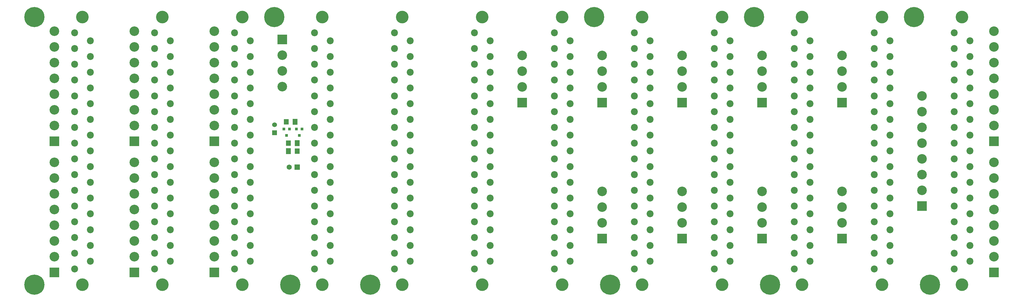
<source format=gts>
%TF.GenerationSoftware,KiCad,Pcbnew,(6.0.7)*%
%TF.CreationDate,2023-01-08T19:57:54+01:00*%
%TF.ProjectId,BP31,42503331-2e6b-4696-9361-645f70636258,0435 -*%
%TF.SameCoordinates,Original*%
%TF.FileFunction,Soldermask,Top*%
%TF.FilePolarity,Negative*%
%FSLAX46Y46*%
G04 Gerber Fmt 4.6, Leading zero omitted, Abs format (unit mm)*
G04 Created by KiCad (PCBNEW (6.0.7)) date 2023-01-08 19:57:54*
%MOMM*%
%LPD*%
G01*
G04 APERTURE LIST*
%ADD10C,6.400800*%
%ADD11R,3.048000X3.048000*%
%ADD12C,3.048000*%
%ADD13R,1.600200X1.830400*%
%ADD14R,1.600200X1.803400*%
%ADD15R,0.914400X0.914400*%
%ADD16R,1.524000X1.524000*%
%ADD17C,1.524000*%
%ADD18R,1.651000X1.651000*%
%ADD19C,1.651000*%
%ADD20C,2.200000*%
%ADD21C,4.000000*%
G04 APERTURE END LIST*
D10*
%TO.C,HOLE*%
X320040000Y-194900000D03*
%TD*%
D11*
%TO.C,P4*%
X368300000Y-169899360D03*
D12*
X368300000Y-164900640D03*
X368300000Y-159899380D03*
X368300000Y-154900660D03*
X368300000Y-149899400D03*
X368300000Y-144900680D03*
X368300000Y-139899420D03*
X368300000Y-134900700D03*
%TD*%
D11*
%TO.C,P2*%
X391160000Y-149325360D03*
D12*
X391160000Y-144326640D03*
X391160000Y-139325380D03*
X391160000Y-134326660D03*
X391160000Y-129325400D03*
X391160000Y-124326680D03*
X391160000Y-119325420D03*
X391160000Y-114326700D03*
%TD*%
D13*
%TO.C,R1*%
X167055800Y-152501600D03*
D14*
X169849800Y-152501600D03*
%TD*%
D10*
%TO.C,HOLE*%
X86360000Y-109900000D03*
%TD*%
D11*
%TO.C,P9*%
X292100000Y-137039360D03*
D12*
X292100000Y-132040640D03*
X292100000Y-127039380D03*
X292100000Y-122040660D03*
%TD*%
D10*
%TO.C,HOLE*%
X193040000Y-194900000D03*
%TD*%
%TO.C,HOLE*%
X264160000Y-109900000D03*
%TD*%
%TO.C,HOLE*%
X162560000Y-109900000D03*
%TD*%
D11*
%TO.C,P11*%
X266700000Y-137039360D03*
D12*
X266700000Y-132040640D03*
X266700000Y-127039380D03*
X266700000Y-122040660D03*
%TD*%
D15*
%TO.C,Q1*%
X169570400Y-145465800D03*
X171348400Y-145465800D03*
X170459400Y-147497800D03*
%TD*%
D11*
%TO.C,P3*%
X391160000Y-190981360D03*
D12*
X391160000Y-185982640D03*
X391160000Y-180981380D03*
X391160000Y-175982660D03*
X391160000Y-170981400D03*
X391160000Y-165982680D03*
X391160000Y-160981420D03*
X391160000Y-155982700D03*
%TD*%
D16*
%TO.C,JP1*%
X162585400Y-146583400D03*
D17*
X162585400Y-144043400D03*
%TD*%
D10*
%TO.C,HOLE*%
X269240000Y-194900000D03*
%TD*%
D18*
%TO.C,C1*%
X169799000Y-157556200D03*
D19*
X167259000Y-157556200D03*
%TD*%
D11*
%TO.C,P17*%
X118110000Y-190981360D03*
D12*
X118110000Y-185982640D03*
X118110000Y-180981380D03*
X118110000Y-175982660D03*
X118110000Y-170981400D03*
X118110000Y-165982680D03*
X118110000Y-160981420D03*
X118110000Y-155982700D03*
%TD*%
D10*
%TO.C,HOLE*%
X365760000Y-109900000D03*
%TD*%
D15*
%TO.C,Q2*%
X165582600Y-145415000D03*
X167360600Y-145415000D03*
X166471600Y-147447000D03*
%TD*%
D11*
%TO.C,P8*%
X317500000Y-180219360D03*
D12*
X317500000Y-175220640D03*
X317500000Y-170219380D03*
X317500000Y-165220660D03*
%TD*%
D13*
%TO.C,R2*%
X169849800Y-149910800D03*
D14*
X167055800Y-149910800D03*
%TD*%
D11*
%TO.C,P19*%
X92710000Y-190981360D03*
D12*
X92710000Y-185982640D03*
X92710000Y-180981380D03*
X92710000Y-175982660D03*
X92710000Y-170981400D03*
X92710000Y-165982680D03*
X92710000Y-160981420D03*
X92710000Y-155982700D03*
%TD*%
D10*
%TO.C,HOLE*%
X370840000Y-194900000D03*
%TD*%
D11*
%TO.C,P18*%
X92710000Y-149325360D03*
D12*
X92710000Y-144326640D03*
X92710000Y-139325380D03*
X92710000Y-134326660D03*
X92710000Y-129325400D03*
X92710000Y-124326680D03*
X92710000Y-119325420D03*
X92710000Y-114326700D03*
%TD*%
D11*
%TO.C,P16*%
X118110000Y-149325360D03*
D12*
X118110000Y-144326640D03*
X118110000Y-139325380D03*
X118110000Y-134326660D03*
X118110000Y-129325400D03*
X118110000Y-124326680D03*
X118110000Y-119325420D03*
X118110000Y-114326700D03*
%TD*%
D13*
%TO.C,R3*%
X169138600Y-143179800D03*
D14*
X166344600Y-143179800D03*
%TD*%
D11*
%TO.C,P12*%
X266700000Y-180219360D03*
D12*
X266700000Y-175220640D03*
X266700000Y-170219380D03*
X266700000Y-165220660D03*
%TD*%
D11*
%TO.C,P10*%
X292100000Y-180219360D03*
D12*
X292100000Y-175220640D03*
X292100000Y-170219380D03*
X292100000Y-165220660D03*
%TD*%
D11*
%TO.C,P7*%
X317500000Y-137039360D03*
D12*
X317500000Y-132040640D03*
X317500000Y-127039380D03*
X317500000Y-122040660D03*
%TD*%
D10*
%TO.C,HOLE*%
X167640000Y-194900000D03*
%TD*%
D11*
%TO.C,P1*%
X165100000Y-116960640D03*
D12*
X165100000Y-121959360D03*
X165100000Y-126960620D03*
X165100000Y-131959340D03*
%TD*%
D11*
%TO.C,P15*%
X143510000Y-190981360D03*
D12*
X143510000Y-185982640D03*
X143510000Y-180981380D03*
X143510000Y-175982660D03*
X143510000Y-170981400D03*
X143510000Y-165982680D03*
X143510000Y-160981420D03*
X143510000Y-155982700D03*
%TD*%
D10*
%TO.C,HOLE*%
X314960000Y-109900000D03*
%TD*%
D11*
%TO.C,P5*%
X342900000Y-137039360D03*
D12*
X342900000Y-132040640D03*
X342900000Y-127039380D03*
X342900000Y-122040660D03*
%TD*%
D11*
%TO.C,P13*%
X241300000Y-137039360D03*
D12*
X241300000Y-132040640D03*
X241300000Y-127039380D03*
X241300000Y-122040660D03*
%TD*%
D11*
%TO.C,P14*%
X143510000Y-149325360D03*
D12*
X143510000Y-144326640D03*
X143510000Y-139325380D03*
X143510000Y-134326660D03*
X143510000Y-129325400D03*
X143510000Y-124326680D03*
X143510000Y-119325420D03*
X143510000Y-114326700D03*
%TD*%
D10*
%TO.C,HOLE*%
X86360000Y-194900000D03*
%TD*%
D11*
%TO.C,P6*%
X342900000Y-180219360D03*
D12*
X342900000Y-175220640D03*
X342900000Y-170219380D03*
X342900000Y-165220660D03*
%TD*%
D20*
%TO.C,K9*%
X175300000Y-114900000D03*
X180300000Y-117400000D03*
X175300000Y-119900000D03*
X180300000Y-122400000D03*
X175300000Y-124900000D03*
X180300000Y-127400000D03*
X175300000Y-129900000D03*
X180300000Y-132400000D03*
X175300000Y-134900000D03*
X180300000Y-137400000D03*
X175300000Y-139900000D03*
X180300000Y-142400000D03*
X175300000Y-144900000D03*
X180300000Y-147400000D03*
X175300000Y-149900000D03*
X180300000Y-152400000D03*
X175300000Y-154900000D03*
X180300000Y-157400000D03*
X175300000Y-159900000D03*
X180300000Y-162400000D03*
X175300000Y-164900000D03*
X180300000Y-167400000D03*
X175300000Y-169900000D03*
X180300000Y-172400000D03*
X175300000Y-174900000D03*
X180300000Y-177401220D03*
X175300000Y-179900000D03*
X180300000Y-182399940D03*
X175300000Y-184900000D03*
X180300000Y-187400000D03*
X175300000Y-189900000D03*
D21*
X177800000Y-109900000D03*
X177800000Y-194900000D03*
%TD*%
D20*
%TO.C,K4*%
X302300000Y-114900000D03*
X307300000Y-117400000D03*
X302300000Y-119900000D03*
X307300000Y-122400000D03*
X302300000Y-124900000D03*
X307300000Y-127400000D03*
X302300000Y-129900000D03*
X307300000Y-132400000D03*
X302300000Y-134900000D03*
X307300000Y-137400000D03*
X302300000Y-139900000D03*
X307300000Y-142400000D03*
X302300000Y-144900000D03*
X307300000Y-147400000D03*
X302300000Y-149900000D03*
X307300000Y-152400000D03*
X302300000Y-154900000D03*
X307300000Y-157400000D03*
X302300000Y-159900000D03*
X307300000Y-162400000D03*
X302300000Y-164900000D03*
X307300000Y-167400000D03*
X302300000Y-169900000D03*
X307300000Y-172400000D03*
X302300000Y-174900000D03*
X307300000Y-177401220D03*
X302300000Y-179900000D03*
X307300000Y-182399940D03*
X302300000Y-184900000D03*
X307300000Y-187400000D03*
X302300000Y-189900000D03*
D21*
X304800000Y-109900000D03*
X304800000Y-194900000D03*
%TD*%
D20*
%TO.C,K8*%
X200700000Y-114900000D03*
X205700000Y-117400000D03*
X200700000Y-119900000D03*
X205700000Y-122400000D03*
X200700000Y-124900000D03*
X205700000Y-127400000D03*
X200700000Y-129900000D03*
X205700000Y-132400000D03*
X200700000Y-134900000D03*
X205700000Y-137400000D03*
X200700000Y-139900000D03*
X205700000Y-142400000D03*
X200700000Y-144900000D03*
X205700000Y-147400000D03*
X200700000Y-149900000D03*
X205700000Y-152400000D03*
X200700000Y-154900000D03*
X205700000Y-157400000D03*
X200700000Y-159900000D03*
X205700000Y-162400000D03*
X200700000Y-164900000D03*
X205700000Y-167400000D03*
X200700000Y-169900000D03*
X205700000Y-172400000D03*
X200700000Y-174900000D03*
X205700000Y-177401220D03*
X200700000Y-179900000D03*
X205700000Y-182399940D03*
X200700000Y-184900000D03*
X205700000Y-187400000D03*
X200700000Y-189900000D03*
D21*
X203200000Y-109900000D03*
X203200000Y-194900000D03*
%TD*%
D20*
%TO.C,K6*%
X251500000Y-114900000D03*
X256500000Y-117400000D03*
X251500000Y-119900000D03*
X256500000Y-122400000D03*
X251500000Y-124900000D03*
X256500000Y-127400000D03*
X251500000Y-129900000D03*
X256500000Y-132400000D03*
X251500000Y-134900000D03*
X256500000Y-137400000D03*
X251500000Y-139900000D03*
X256500000Y-142400000D03*
X251500000Y-144900000D03*
X256500000Y-147400000D03*
X251500000Y-149900000D03*
X256500000Y-152400000D03*
X251500000Y-154900000D03*
X256500000Y-157400000D03*
X251500000Y-159900000D03*
X256500000Y-162400000D03*
X251500000Y-164900000D03*
X256500000Y-167400000D03*
X251500000Y-169900000D03*
X256500000Y-172400000D03*
X251500000Y-174900000D03*
X256500000Y-177401220D03*
X251500000Y-179900000D03*
X256500000Y-182399940D03*
X251500000Y-184900000D03*
X256500000Y-187400000D03*
X251500000Y-189900000D03*
D21*
X254000000Y-109900000D03*
X254000000Y-194900000D03*
%TD*%
D20*
%TO.C,K7*%
X226100000Y-114900000D03*
X231100000Y-117400000D03*
X226100000Y-119900000D03*
X231100000Y-122400000D03*
X226100000Y-124900000D03*
X231100000Y-127400000D03*
X226100000Y-129900000D03*
X231100000Y-132400000D03*
X226100000Y-134900000D03*
X231100000Y-137400000D03*
X226100000Y-139900000D03*
X231100000Y-142400000D03*
X226100000Y-144900000D03*
X231100000Y-147400000D03*
X226100000Y-149900000D03*
X231100000Y-152400000D03*
X226100000Y-154900000D03*
X231100000Y-157400000D03*
X226100000Y-159900000D03*
X231100000Y-162400000D03*
X226100000Y-164900000D03*
X231100000Y-167400000D03*
X226100000Y-169900000D03*
X231100000Y-172400000D03*
X226100000Y-174900000D03*
X231100000Y-177401220D03*
X226100000Y-179900000D03*
X231100000Y-182399940D03*
X226100000Y-184900000D03*
X231100000Y-187400000D03*
X226100000Y-189900000D03*
D21*
X228600000Y-109900000D03*
X228600000Y-194900000D03*
%TD*%
D20*
%TO.C,K1*%
X378500000Y-114900000D03*
X383500000Y-117400000D03*
X378500000Y-119900000D03*
X383500000Y-122400000D03*
X378500000Y-124900000D03*
X383500000Y-127400000D03*
X378500000Y-129900000D03*
X383500000Y-132400000D03*
X378500000Y-134900000D03*
X383500000Y-137400000D03*
X378500000Y-139900000D03*
X383500000Y-142400000D03*
X378500000Y-144900000D03*
X383500000Y-147400000D03*
X378500000Y-149900000D03*
X383500000Y-152400000D03*
X378500000Y-154900000D03*
X383500000Y-157400000D03*
X378500000Y-159900000D03*
X383500000Y-162400000D03*
X378500000Y-164900000D03*
X383500000Y-167400000D03*
X378500000Y-169900000D03*
X383500000Y-172400000D03*
X378500000Y-174900000D03*
X383500000Y-177401220D03*
X378500000Y-179900000D03*
X383500000Y-182399940D03*
X378500000Y-184900000D03*
X383500000Y-187400000D03*
X378500000Y-189900000D03*
D21*
X381000000Y-109900000D03*
X381000000Y-194900000D03*
%TD*%
D20*
%TO.C,K2*%
X353100000Y-114900000D03*
X358100000Y-117400000D03*
X353100000Y-119900000D03*
X358100000Y-122400000D03*
X353100000Y-124900000D03*
X358100000Y-127400000D03*
X353100000Y-129900000D03*
X358100000Y-132400000D03*
X353100000Y-134900000D03*
X358100000Y-137400000D03*
X353100000Y-139900000D03*
X358100000Y-142400000D03*
X353100000Y-144900000D03*
X358100000Y-147400000D03*
X353100000Y-149900000D03*
X358100000Y-152400000D03*
X353100000Y-154900000D03*
X358100000Y-157400000D03*
X353100000Y-159900000D03*
X358100000Y-162400000D03*
X353100000Y-164900000D03*
X358100000Y-167400000D03*
X353100000Y-169900000D03*
X358100000Y-172400000D03*
X353100000Y-174900000D03*
X358100000Y-177401220D03*
X353100000Y-179900000D03*
X358100000Y-182399940D03*
X353100000Y-184900000D03*
X358100000Y-187400000D03*
X353100000Y-189900000D03*
D21*
X355600000Y-109900000D03*
X355600000Y-194900000D03*
%TD*%
D20*
%TO.C,K11*%
X124500000Y-114900000D03*
X129500000Y-117400000D03*
X124500000Y-119900000D03*
X129500000Y-122400000D03*
X124500000Y-124900000D03*
X129500000Y-127400000D03*
X124500000Y-129900000D03*
X129500000Y-132400000D03*
X124500000Y-134900000D03*
X129500000Y-137400000D03*
X124500000Y-139900000D03*
X129500000Y-142400000D03*
X124500000Y-144900000D03*
X129500000Y-147400000D03*
X124500000Y-149900000D03*
X129500000Y-152400000D03*
X124500000Y-154900000D03*
X129500000Y-157400000D03*
X124500000Y-159900000D03*
X129500000Y-162400000D03*
X124500000Y-164900000D03*
X129500000Y-167400000D03*
X124500000Y-169900000D03*
X129500000Y-172400000D03*
X124500000Y-174900000D03*
X129500000Y-177401220D03*
X124500000Y-179900000D03*
X129500000Y-182399940D03*
X124500000Y-184900000D03*
X129500000Y-187400000D03*
X124500000Y-189900000D03*
D21*
X127000000Y-109900000D03*
X127000000Y-194900000D03*
%TD*%
D20*
%TO.C,K10*%
X149900000Y-114900000D03*
X154900000Y-117400000D03*
X149900000Y-119900000D03*
X154900000Y-122400000D03*
X149900000Y-124900000D03*
X154900000Y-127400000D03*
X149900000Y-129900000D03*
X154900000Y-132400000D03*
X149900000Y-134900000D03*
X154900000Y-137400000D03*
X149900000Y-139900000D03*
X154900000Y-142400000D03*
X149900000Y-144900000D03*
X154900000Y-147400000D03*
X149900000Y-149900000D03*
X154900000Y-152400000D03*
X149900000Y-154900000D03*
X154900000Y-157400000D03*
X149900000Y-159900000D03*
X154900000Y-162400000D03*
X149900000Y-164900000D03*
X154900000Y-167400000D03*
X149900000Y-169900000D03*
X154900000Y-172400000D03*
X149900000Y-174900000D03*
X154900000Y-177401220D03*
X149900000Y-179900000D03*
X154900000Y-182399940D03*
X149900000Y-184900000D03*
X154900000Y-187400000D03*
X149900000Y-189900000D03*
D21*
X152400000Y-109900000D03*
X152400000Y-194900000D03*
%TD*%
D20*
%TO.C,K12*%
X99100000Y-114900000D03*
X104100000Y-117400000D03*
X99100000Y-119900000D03*
X104100000Y-122400000D03*
X99100000Y-124900000D03*
X104100000Y-127400000D03*
X99100000Y-129900000D03*
X104100000Y-132400000D03*
X99100000Y-134900000D03*
X104100000Y-137400000D03*
X99100000Y-139900000D03*
X104100000Y-142400000D03*
X99100000Y-144900000D03*
X104100000Y-147400000D03*
X99100000Y-149900000D03*
X104100000Y-152400000D03*
X99100000Y-154900000D03*
X104100000Y-157400000D03*
X99100000Y-159900000D03*
X104100000Y-162400000D03*
X99100000Y-164900000D03*
X104100000Y-167400000D03*
X99100000Y-169900000D03*
X104100000Y-172400000D03*
X99100000Y-174900000D03*
X104100000Y-177401220D03*
X99100000Y-179900000D03*
X104100000Y-182399940D03*
X99100000Y-184900000D03*
X104100000Y-187400000D03*
X99100000Y-189900000D03*
D21*
X101600000Y-109900000D03*
X101600000Y-194900000D03*
%TD*%
D20*
%TO.C,K3*%
X327700000Y-114900000D03*
X332700000Y-117400000D03*
X327700000Y-119900000D03*
X332700000Y-122400000D03*
X327700000Y-124900000D03*
X332700000Y-127400000D03*
X327700000Y-129900000D03*
X332700000Y-132400000D03*
X327700000Y-134900000D03*
X332700000Y-137400000D03*
X327700000Y-139900000D03*
X332700000Y-142400000D03*
X327700000Y-144900000D03*
X332700000Y-147400000D03*
X327700000Y-149900000D03*
X332700000Y-152400000D03*
X327700000Y-154900000D03*
X332700000Y-157400000D03*
X327700000Y-159900000D03*
X332700000Y-162400000D03*
X327700000Y-164900000D03*
X332700000Y-167400000D03*
X327700000Y-169900000D03*
X332700000Y-172400000D03*
X327700000Y-174900000D03*
X332700000Y-177401220D03*
X327700000Y-179900000D03*
X332700000Y-182399940D03*
X327700000Y-184900000D03*
X332700000Y-187400000D03*
X327700000Y-189900000D03*
D21*
X330200000Y-109900000D03*
X330200000Y-194900000D03*
%TD*%
D20*
%TO.C,K5*%
X276900000Y-114900000D03*
X281900000Y-117400000D03*
X276900000Y-119900000D03*
X281900000Y-122400000D03*
X276900000Y-124900000D03*
X281900000Y-127400000D03*
X276900000Y-129900000D03*
X281900000Y-132400000D03*
X276900000Y-134900000D03*
X281900000Y-137400000D03*
X276900000Y-139900000D03*
X281900000Y-142400000D03*
X276900000Y-144900000D03*
X281900000Y-147400000D03*
X276900000Y-149900000D03*
X281900000Y-152400000D03*
X276900000Y-154900000D03*
X281900000Y-157400000D03*
X276900000Y-159900000D03*
X281900000Y-162400000D03*
X276900000Y-164900000D03*
X281900000Y-167400000D03*
X276900000Y-169900000D03*
X281900000Y-172400000D03*
X276900000Y-174900000D03*
X281900000Y-177401220D03*
X276900000Y-179900000D03*
X281900000Y-182399940D03*
X276900000Y-184900000D03*
X281900000Y-187400000D03*
X276900000Y-189900000D03*
D21*
X279400000Y-109900000D03*
X279400000Y-194900000D03*
%TD*%
M02*

</source>
